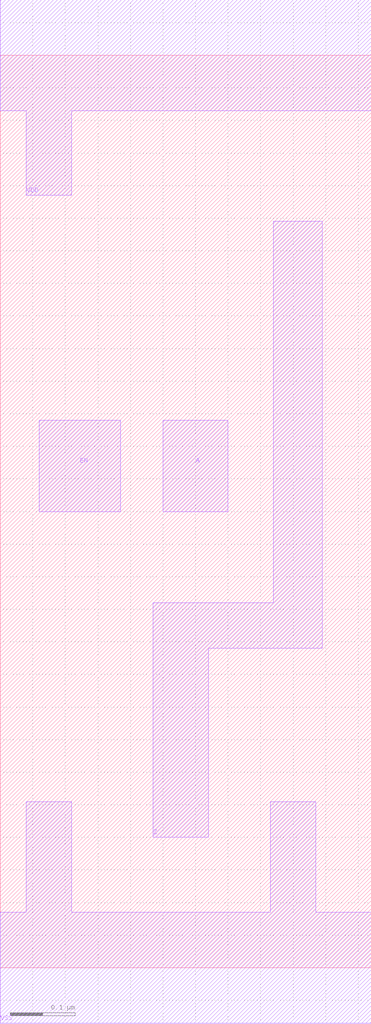
<source format=lef>
# 
# ******************************************************************************
# *                                                                            *
# *                   Copyright (C) 2004-2011, Nangate Inc.                    *
# *                           All rights reserved.                             *
# *                                                                            *
# * Nangate and the Nangate logo are trademarks of Nangate Inc.                *
# *                                                                            *
# * All trademarks, logos, software marks, and trade names (collectively the   *
# * "Marks") in this program are proprietary to Nangate or other respective    *
# * owners that have granted Nangate the right and license to use such Marks.  *
# * You are not permitted to use the Marks without the prior written consent   *
# * of Nangate or such third party that may own the Marks.                     *
# *                                                                            *
# * This file has been provided pursuant to a License Agreement containing     *
# * restrictions on its use. This file contains valuable trade secrets and     *
# * proprietary information of Nangate Inc., and is protected by U.S. and      *
# * international laws and/or treaties.                                        *
# *                                                                            *
# * The copyright notice(s) in this file does not indicate actual or intended  *
# * publication of this file.                                                  *
# *                                                                            *
# *     NGLibraryCreator, v2010.08-HR32-SP3-2010-08-05 - build 1009061800      *
# *                                                                            *
# ******************************************************************************
# 
# 
# Running on server08.nangate.com for user Giancarlo Franciscatto (gfr).
# Local time is now Thu, 6 Jan 2011, 18:10:28.
# Main process id is 3320.

VERSION 5.6 ;
BUSBITCHARS "[]" ;
DIVIDERCHAR "/" ;

MACRO ISO_FENCE0_X1
  CLASS core ;
  FOREIGN ISO_FENCE0_X1 0.0 0.0 ;
  ORIGIN 0 0 ;
  SYMMETRY X Y ;
  SITE FreePDK45_38x28_10R_NP_162NW_34O ;
  SIZE 0.57 BY 1.4 ;
  PIN A
    DIRECTION INPUT ;
    ANTENNAPARTIALMETALAREA 0.014 LAYER metal1 ;
    ANTENNAPARTIALMETALSIDEAREA 0.0624 LAYER metal1 ;
    ANTENNAGATEAREA 0.02025 ;
    PORT
      LAYER metal1 ;
        POLYGON 0.25 0.7 0.35 0.7 0.35 0.84 0.25 0.84  ;
    END
  END A
  PIN EN
    DIRECTION INPUT ;
    ANTENNAPARTIALMETALAREA 0.0175 LAYER metal1 ;
    ANTENNAPARTIALMETALSIDEAREA 0.0689 LAYER metal1 ;
    ANTENNAGATEAREA 0.02025 ;
    PORT
      LAYER metal1 ;
        POLYGON 0.06 0.7 0.185 0.7 0.185 0.84 0.06 0.84  ;
    END
  END EN
  PIN Z
    DIRECTION OUTPUT ;
    ANTENNAPARTIALMETALAREA 0.086725 LAYER metal1 ;
    ANTENNAPARTIALMETALSIDEAREA 0.3133 LAYER metal1 ;
    ANTENNADIFFAREA 0.04795 ;
    PORT
      LAYER metal1 ;
        POLYGON 0.235 0.2 0.32 0.2 0.32 0.49 0.495 0.49 0.495 1.145 0.42 1.145 0.42 0.56 0.235 0.56  ;
    END
  END Z
  PIN VDD
    DIRECTION INOUT ;
    USE power ;
    SHAPE ABUTMENT ;
    PORT
      LAYER metal1 ;
        POLYGON 0 1.315 0.04 1.315 0.04 1.185 0.11 1.185 0.11 1.315 0.57 1.315 0.57 1.485 0 1.485  ;
    END
  END VDD
  PIN VSS
    DIRECTION INOUT ;
    USE ground ;
    SHAPE ABUTMENT ;
    PORT
      LAYER metal1 ;
        POLYGON 0 -0.085 0.57 -0.085 0.57 0.085 0.485 0.085 0.485 0.255 0.415 0.255 0.415 0.085 0.11 0.085 0.11 0.255 0.04 0.255 0.04 0.085 0 0.085  ;
    END
  END VSS
END ISO_FENCE0_X1

END LIBRARY
#
# End of file
#

</source>
